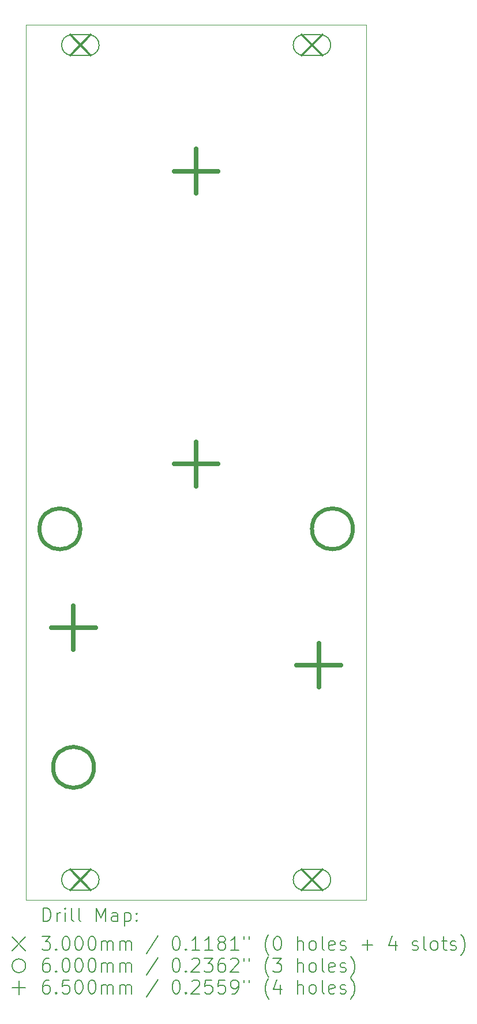
<source format=gbr>
%FSLAX45Y45*%
G04 Gerber Fmt 4.5, Leading zero omitted, Abs format (unit mm)*
G04 Created by KiCad (PCBNEW (6.0.6)) date 2022-11-23 19:00:33*
%MOMM*%
%LPD*%
G01*
G04 APERTURE LIST*
%TA.AperFunction,Profile*%
%ADD10C,0.050000*%
%TD*%
%ADD11C,0.200000*%
%ADD12C,0.300000*%
%ADD13C,0.600000*%
%ADD14C,0.650000*%
G04 APERTURE END LIST*
D10*
X15300000Y-2700000D02*
X15300000Y-15550000D01*
X10300000Y-2700000D02*
X10300000Y-15550000D01*
X15300000Y-15550000D02*
X10300000Y-15550000D01*
X10300000Y-2700000D02*
X15300000Y-2700000D01*
D11*
D12*
X10950000Y-2850000D02*
X11250000Y-3150000D01*
X11250000Y-2850000D02*
X10950000Y-3150000D01*
D11*
X10975000Y-3150000D02*
X11225000Y-3150000D01*
X10975000Y-2850000D02*
X11225000Y-2850000D01*
X11225000Y-3150000D02*
G75*
G03*
X11225000Y-2850000I0J150000D01*
G01*
X10975000Y-2850000D02*
G75*
G03*
X10975000Y-3150000I0J-150000D01*
G01*
D12*
X10950000Y-15100000D02*
X11250000Y-15400000D01*
X11250000Y-15100000D02*
X10950000Y-15400000D01*
D11*
X10975000Y-15400000D02*
X11225000Y-15400000D01*
X10975000Y-15100000D02*
X11225000Y-15100000D01*
X11225000Y-15400000D02*
G75*
G03*
X11225000Y-15100000I0J150000D01*
G01*
X10975000Y-15100000D02*
G75*
G03*
X10975000Y-15400000I0J-150000D01*
G01*
D12*
X14350000Y-2850000D02*
X14650000Y-3150000D01*
X14650000Y-2850000D02*
X14350000Y-3150000D01*
D11*
X14375000Y-3150000D02*
X14625000Y-3150000D01*
X14375000Y-2850000D02*
X14625000Y-2850000D01*
X14625000Y-3150000D02*
G75*
G03*
X14625000Y-2850000I0J150000D01*
G01*
X14375000Y-2850000D02*
G75*
G03*
X14375000Y-3150000I0J-150000D01*
G01*
D12*
X14350000Y-15100000D02*
X14650000Y-15400000D01*
X14650000Y-15100000D02*
X14350000Y-15400000D01*
D11*
X14375000Y-15400000D02*
X14625000Y-15400000D01*
X14375000Y-15100000D02*
X14625000Y-15100000D01*
X14625000Y-15400000D02*
G75*
G03*
X14625000Y-15100000I0J150000D01*
G01*
X14375000Y-15100000D02*
G75*
G03*
X14375000Y-15400000I0J-150000D01*
G01*
D13*
X11100000Y-10100000D02*
G75*
G03*
X11100000Y-10100000I-300000J0D01*
G01*
X11300000Y-13600000D02*
G75*
G03*
X11300000Y-13600000I-300000J0D01*
G01*
X15100000Y-10100000D02*
G75*
G03*
X15100000Y-10100000I-300000J0D01*
G01*
D14*
X11000000Y-11225000D02*
X11000000Y-11875000D01*
X10675000Y-11550000D02*
X11325000Y-11550000D01*
X12800000Y-4525000D02*
X12800000Y-5175000D01*
X12475000Y-4850000D02*
X13125000Y-4850000D01*
X12800000Y-8825000D02*
X12800000Y-9475000D01*
X12475000Y-9150000D02*
X13125000Y-9150000D01*
X14600000Y-11775000D02*
X14600000Y-12425000D01*
X14275000Y-12100000D02*
X14925000Y-12100000D01*
D11*
X10555119Y-15862976D02*
X10555119Y-15662976D01*
X10602738Y-15662976D01*
X10631309Y-15672500D01*
X10650357Y-15691548D01*
X10659881Y-15710595D01*
X10669405Y-15748690D01*
X10669405Y-15777262D01*
X10659881Y-15815357D01*
X10650357Y-15834405D01*
X10631309Y-15853452D01*
X10602738Y-15862976D01*
X10555119Y-15862976D01*
X10755119Y-15862976D02*
X10755119Y-15729643D01*
X10755119Y-15767738D02*
X10764643Y-15748690D01*
X10774167Y-15739167D01*
X10793214Y-15729643D01*
X10812262Y-15729643D01*
X10878928Y-15862976D02*
X10878928Y-15729643D01*
X10878928Y-15662976D02*
X10869405Y-15672500D01*
X10878928Y-15682024D01*
X10888452Y-15672500D01*
X10878928Y-15662976D01*
X10878928Y-15682024D01*
X11002738Y-15862976D02*
X10983690Y-15853452D01*
X10974167Y-15834405D01*
X10974167Y-15662976D01*
X11107500Y-15862976D02*
X11088452Y-15853452D01*
X11078928Y-15834405D01*
X11078928Y-15662976D01*
X11336071Y-15862976D02*
X11336071Y-15662976D01*
X11402738Y-15805833D01*
X11469405Y-15662976D01*
X11469405Y-15862976D01*
X11650357Y-15862976D02*
X11650357Y-15758214D01*
X11640833Y-15739167D01*
X11621786Y-15729643D01*
X11583690Y-15729643D01*
X11564643Y-15739167D01*
X11650357Y-15853452D02*
X11631309Y-15862976D01*
X11583690Y-15862976D01*
X11564643Y-15853452D01*
X11555119Y-15834405D01*
X11555119Y-15815357D01*
X11564643Y-15796309D01*
X11583690Y-15786786D01*
X11631309Y-15786786D01*
X11650357Y-15777262D01*
X11745595Y-15729643D02*
X11745595Y-15929643D01*
X11745595Y-15739167D02*
X11764643Y-15729643D01*
X11802738Y-15729643D01*
X11821786Y-15739167D01*
X11831309Y-15748690D01*
X11840833Y-15767738D01*
X11840833Y-15824881D01*
X11831309Y-15843928D01*
X11821786Y-15853452D01*
X11802738Y-15862976D01*
X11764643Y-15862976D01*
X11745595Y-15853452D01*
X11926547Y-15843928D02*
X11936071Y-15853452D01*
X11926547Y-15862976D01*
X11917024Y-15853452D01*
X11926547Y-15843928D01*
X11926547Y-15862976D01*
X11926547Y-15739167D02*
X11936071Y-15748690D01*
X11926547Y-15758214D01*
X11917024Y-15748690D01*
X11926547Y-15739167D01*
X11926547Y-15758214D01*
X10097500Y-16092500D02*
X10297500Y-16292500D01*
X10297500Y-16092500D02*
X10097500Y-16292500D01*
X10536071Y-16082976D02*
X10659881Y-16082976D01*
X10593214Y-16159167D01*
X10621786Y-16159167D01*
X10640833Y-16168690D01*
X10650357Y-16178214D01*
X10659881Y-16197262D01*
X10659881Y-16244881D01*
X10650357Y-16263928D01*
X10640833Y-16273452D01*
X10621786Y-16282976D01*
X10564643Y-16282976D01*
X10545595Y-16273452D01*
X10536071Y-16263928D01*
X10745595Y-16263928D02*
X10755119Y-16273452D01*
X10745595Y-16282976D01*
X10736071Y-16273452D01*
X10745595Y-16263928D01*
X10745595Y-16282976D01*
X10878928Y-16082976D02*
X10897976Y-16082976D01*
X10917024Y-16092500D01*
X10926548Y-16102024D01*
X10936071Y-16121071D01*
X10945595Y-16159167D01*
X10945595Y-16206786D01*
X10936071Y-16244881D01*
X10926548Y-16263928D01*
X10917024Y-16273452D01*
X10897976Y-16282976D01*
X10878928Y-16282976D01*
X10859881Y-16273452D01*
X10850357Y-16263928D01*
X10840833Y-16244881D01*
X10831309Y-16206786D01*
X10831309Y-16159167D01*
X10840833Y-16121071D01*
X10850357Y-16102024D01*
X10859881Y-16092500D01*
X10878928Y-16082976D01*
X11069405Y-16082976D02*
X11088452Y-16082976D01*
X11107500Y-16092500D01*
X11117024Y-16102024D01*
X11126548Y-16121071D01*
X11136071Y-16159167D01*
X11136071Y-16206786D01*
X11126548Y-16244881D01*
X11117024Y-16263928D01*
X11107500Y-16273452D01*
X11088452Y-16282976D01*
X11069405Y-16282976D01*
X11050357Y-16273452D01*
X11040833Y-16263928D01*
X11031309Y-16244881D01*
X11021786Y-16206786D01*
X11021786Y-16159167D01*
X11031309Y-16121071D01*
X11040833Y-16102024D01*
X11050357Y-16092500D01*
X11069405Y-16082976D01*
X11259881Y-16082976D02*
X11278928Y-16082976D01*
X11297976Y-16092500D01*
X11307500Y-16102024D01*
X11317024Y-16121071D01*
X11326547Y-16159167D01*
X11326547Y-16206786D01*
X11317024Y-16244881D01*
X11307500Y-16263928D01*
X11297976Y-16273452D01*
X11278928Y-16282976D01*
X11259881Y-16282976D01*
X11240833Y-16273452D01*
X11231309Y-16263928D01*
X11221786Y-16244881D01*
X11212262Y-16206786D01*
X11212262Y-16159167D01*
X11221786Y-16121071D01*
X11231309Y-16102024D01*
X11240833Y-16092500D01*
X11259881Y-16082976D01*
X11412262Y-16282976D02*
X11412262Y-16149643D01*
X11412262Y-16168690D02*
X11421786Y-16159167D01*
X11440833Y-16149643D01*
X11469405Y-16149643D01*
X11488452Y-16159167D01*
X11497976Y-16178214D01*
X11497976Y-16282976D01*
X11497976Y-16178214D02*
X11507500Y-16159167D01*
X11526547Y-16149643D01*
X11555119Y-16149643D01*
X11574166Y-16159167D01*
X11583690Y-16178214D01*
X11583690Y-16282976D01*
X11678928Y-16282976D02*
X11678928Y-16149643D01*
X11678928Y-16168690D02*
X11688452Y-16159167D01*
X11707500Y-16149643D01*
X11736071Y-16149643D01*
X11755119Y-16159167D01*
X11764643Y-16178214D01*
X11764643Y-16282976D01*
X11764643Y-16178214D02*
X11774166Y-16159167D01*
X11793214Y-16149643D01*
X11821786Y-16149643D01*
X11840833Y-16159167D01*
X11850357Y-16178214D01*
X11850357Y-16282976D01*
X12240833Y-16073452D02*
X12069405Y-16330595D01*
X12497976Y-16082976D02*
X12517024Y-16082976D01*
X12536071Y-16092500D01*
X12545595Y-16102024D01*
X12555119Y-16121071D01*
X12564643Y-16159167D01*
X12564643Y-16206786D01*
X12555119Y-16244881D01*
X12545595Y-16263928D01*
X12536071Y-16273452D01*
X12517024Y-16282976D01*
X12497976Y-16282976D01*
X12478928Y-16273452D01*
X12469405Y-16263928D01*
X12459881Y-16244881D01*
X12450357Y-16206786D01*
X12450357Y-16159167D01*
X12459881Y-16121071D01*
X12469405Y-16102024D01*
X12478928Y-16092500D01*
X12497976Y-16082976D01*
X12650357Y-16263928D02*
X12659881Y-16273452D01*
X12650357Y-16282976D01*
X12640833Y-16273452D01*
X12650357Y-16263928D01*
X12650357Y-16282976D01*
X12850357Y-16282976D02*
X12736071Y-16282976D01*
X12793214Y-16282976D02*
X12793214Y-16082976D01*
X12774166Y-16111548D01*
X12755119Y-16130595D01*
X12736071Y-16140119D01*
X13040833Y-16282976D02*
X12926547Y-16282976D01*
X12983690Y-16282976D02*
X12983690Y-16082976D01*
X12964643Y-16111548D01*
X12945595Y-16130595D01*
X12926547Y-16140119D01*
X13155119Y-16168690D02*
X13136071Y-16159167D01*
X13126547Y-16149643D01*
X13117024Y-16130595D01*
X13117024Y-16121071D01*
X13126547Y-16102024D01*
X13136071Y-16092500D01*
X13155119Y-16082976D01*
X13193214Y-16082976D01*
X13212262Y-16092500D01*
X13221786Y-16102024D01*
X13231309Y-16121071D01*
X13231309Y-16130595D01*
X13221786Y-16149643D01*
X13212262Y-16159167D01*
X13193214Y-16168690D01*
X13155119Y-16168690D01*
X13136071Y-16178214D01*
X13126547Y-16187738D01*
X13117024Y-16206786D01*
X13117024Y-16244881D01*
X13126547Y-16263928D01*
X13136071Y-16273452D01*
X13155119Y-16282976D01*
X13193214Y-16282976D01*
X13212262Y-16273452D01*
X13221786Y-16263928D01*
X13231309Y-16244881D01*
X13231309Y-16206786D01*
X13221786Y-16187738D01*
X13212262Y-16178214D01*
X13193214Y-16168690D01*
X13421786Y-16282976D02*
X13307500Y-16282976D01*
X13364643Y-16282976D02*
X13364643Y-16082976D01*
X13345595Y-16111548D01*
X13326547Y-16130595D01*
X13307500Y-16140119D01*
X13497976Y-16082976D02*
X13497976Y-16121071D01*
X13574166Y-16082976D02*
X13574166Y-16121071D01*
X13869405Y-16359167D02*
X13859881Y-16349643D01*
X13840833Y-16321071D01*
X13831309Y-16302024D01*
X13821786Y-16273452D01*
X13812262Y-16225833D01*
X13812262Y-16187738D01*
X13821786Y-16140119D01*
X13831309Y-16111548D01*
X13840833Y-16092500D01*
X13859881Y-16063928D01*
X13869405Y-16054405D01*
X13983690Y-16082976D02*
X14002738Y-16082976D01*
X14021786Y-16092500D01*
X14031309Y-16102024D01*
X14040833Y-16121071D01*
X14050357Y-16159167D01*
X14050357Y-16206786D01*
X14040833Y-16244881D01*
X14031309Y-16263928D01*
X14021786Y-16273452D01*
X14002738Y-16282976D01*
X13983690Y-16282976D01*
X13964643Y-16273452D01*
X13955119Y-16263928D01*
X13945595Y-16244881D01*
X13936071Y-16206786D01*
X13936071Y-16159167D01*
X13945595Y-16121071D01*
X13955119Y-16102024D01*
X13964643Y-16092500D01*
X13983690Y-16082976D01*
X14288452Y-16282976D02*
X14288452Y-16082976D01*
X14374166Y-16282976D02*
X14374166Y-16178214D01*
X14364643Y-16159167D01*
X14345595Y-16149643D01*
X14317024Y-16149643D01*
X14297976Y-16159167D01*
X14288452Y-16168690D01*
X14497976Y-16282976D02*
X14478928Y-16273452D01*
X14469405Y-16263928D01*
X14459881Y-16244881D01*
X14459881Y-16187738D01*
X14469405Y-16168690D01*
X14478928Y-16159167D01*
X14497976Y-16149643D01*
X14526547Y-16149643D01*
X14545595Y-16159167D01*
X14555119Y-16168690D01*
X14564643Y-16187738D01*
X14564643Y-16244881D01*
X14555119Y-16263928D01*
X14545595Y-16273452D01*
X14526547Y-16282976D01*
X14497976Y-16282976D01*
X14678928Y-16282976D02*
X14659881Y-16273452D01*
X14650357Y-16254405D01*
X14650357Y-16082976D01*
X14831309Y-16273452D02*
X14812262Y-16282976D01*
X14774166Y-16282976D01*
X14755119Y-16273452D01*
X14745595Y-16254405D01*
X14745595Y-16178214D01*
X14755119Y-16159167D01*
X14774166Y-16149643D01*
X14812262Y-16149643D01*
X14831309Y-16159167D01*
X14840833Y-16178214D01*
X14840833Y-16197262D01*
X14745595Y-16216309D01*
X14917024Y-16273452D02*
X14936071Y-16282976D01*
X14974166Y-16282976D01*
X14993214Y-16273452D01*
X15002738Y-16254405D01*
X15002738Y-16244881D01*
X14993214Y-16225833D01*
X14974166Y-16216309D01*
X14945595Y-16216309D01*
X14926547Y-16206786D01*
X14917024Y-16187738D01*
X14917024Y-16178214D01*
X14926547Y-16159167D01*
X14945595Y-16149643D01*
X14974166Y-16149643D01*
X14993214Y-16159167D01*
X15240833Y-16206786D02*
X15393214Y-16206786D01*
X15317024Y-16282976D02*
X15317024Y-16130595D01*
X15726547Y-16149643D02*
X15726547Y-16282976D01*
X15678928Y-16073452D02*
X15631309Y-16216309D01*
X15755119Y-16216309D01*
X15974166Y-16273452D02*
X15993214Y-16282976D01*
X16031309Y-16282976D01*
X16050357Y-16273452D01*
X16059881Y-16254405D01*
X16059881Y-16244881D01*
X16050357Y-16225833D01*
X16031309Y-16216309D01*
X16002738Y-16216309D01*
X15983690Y-16206786D01*
X15974166Y-16187738D01*
X15974166Y-16178214D01*
X15983690Y-16159167D01*
X16002738Y-16149643D01*
X16031309Y-16149643D01*
X16050357Y-16159167D01*
X16174166Y-16282976D02*
X16155119Y-16273452D01*
X16145595Y-16254405D01*
X16145595Y-16082976D01*
X16278928Y-16282976D02*
X16259881Y-16273452D01*
X16250357Y-16263928D01*
X16240833Y-16244881D01*
X16240833Y-16187738D01*
X16250357Y-16168690D01*
X16259881Y-16159167D01*
X16278928Y-16149643D01*
X16307500Y-16149643D01*
X16326547Y-16159167D01*
X16336071Y-16168690D01*
X16345595Y-16187738D01*
X16345595Y-16244881D01*
X16336071Y-16263928D01*
X16326547Y-16273452D01*
X16307500Y-16282976D01*
X16278928Y-16282976D01*
X16402738Y-16149643D02*
X16478928Y-16149643D01*
X16431309Y-16082976D02*
X16431309Y-16254405D01*
X16440833Y-16273452D01*
X16459881Y-16282976D01*
X16478928Y-16282976D01*
X16536071Y-16273452D02*
X16555119Y-16282976D01*
X16593214Y-16282976D01*
X16612262Y-16273452D01*
X16621786Y-16254405D01*
X16621786Y-16244881D01*
X16612262Y-16225833D01*
X16593214Y-16216309D01*
X16564643Y-16216309D01*
X16545595Y-16206786D01*
X16536071Y-16187738D01*
X16536071Y-16178214D01*
X16545595Y-16159167D01*
X16564643Y-16149643D01*
X16593214Y-16149643D01*
X16612262Y-16159167D01*
X16688452Y-16359167D02*
X16697976Y-16349643D01*
X16717024Y-16321071D01*
X16726547Y-16302024D01*
X16736071Y-16273452D01*
X16745595Y-16225833D01*
X16745595Y-16187738D01*
X16736071Y-16140119D01*
X16726547Y-16111548D01*
X16717024Y-16092500D01*
X16697976Y-16063928D01*
X16688452Y-16054405D01*
X10297500Y-16512500D02*
G75*
G03*
X10297500Y-16512500I-100000J0D01*
G01*
X10640833Y-16402976D02*
X10602738Y-16402976D01*
X10583690Y-16412500D01*
X10574167Y-16422024D01*
X10555119Y-16450595D01*
X10545595Y-16488690D01*
X10545595Y-16564881D01*
X10555119Y-16583928D01*
X10564643Y-16593452D01*
X10583690Y-16602976D01*
X10621786Y-16602976D01*
X10640833Y-16593452D01*
X10650357Y-16583928D01*
X10659881Y-16564881D01*
X10659881Y-16517262D01*
X10650357Y-16498214D01*
X10640833Y-16488690D01*
X10621786Y-16479167D01*
X10583690Y-16479167D01*
X10564643Y-16488690D01*
X10555119Y-16498214D01*
X10545595Y-16517262D01*
X10745595Y-16583928D02*
X10755119Y-16593452D01*
X10745595Y-16602976D01*
X10736071Y-16593452D01*
X10745595Y-16583928D01*
X10745595Y-16602976D01*
X10878928Y-16402976D02*
X10897976Y-16402976D01*
X10917024Y-16412500D01*
X10926548Y-16422024D01*
X10936071Y-16441071D01*
X10945595Y-16479167D01*
X10945595Y-16526786D01*
X10936071Y-16564881D01*
X10926548Y-16583928D01*
X10917024Y-16593452D01*
X10897976Y-16602976D01*
X10878928Y-16602976D01*
X10859881Y-16593452D01*
X10850357Y-16583928D01*
X10840833Y-16564881D01*
X10831309Y-16526786D01*
X10831309Y-16479167D01*
X10840833Y-16441071D01*
X10850357Y-16422024D01*
X10859881Y-16412500D01*
X10878928Y-16402976D01*
X11069405Y-16402976D02*
X11088452Y-16402976D01*
X11107500Y-16412500D01*
X11117024Y-16422024D01*
X11126548Y-16441071D01*
X11136071Y-16479167D01*
X11136071Y-16526786D01*
X11126548Y-16564881D01*
X11117024Y-16583928D01*
X11107500Y-16593452D01*
X11088452Y-16602976D01*
X11069405Y-16602976D01*
X11050357Y-16593452D01*
X11040833Y-16583928D01*
X11031309Y-16564881D01*
X11021786Y-16526786D01*
X11021786Y-16479167D01*
X11031309Y-16441071D01*
X11040833Y-16422024D01*
X11050357Y-16412500D01*
X11069405Y-16402976D01*
X11259881Y-16402976D02*
X11278928Y-16402976D01*
X11297976Y-16412500D01*
X11307500Y-16422024D01*
X11317024Y-16441071D01*
X11326547Y-16479167D01*
X11326547Y-16526786D01*
X11317024Y-16564881D01*
X11307500Y-16583928D01*
X11297976Y-16593452D01*
X11278928Y-16602976D01*
X11259881Y-16602976D01*
X11240833Y-16593452D01*
X11231309Y-16583928D01*
X11221786Y-16564881D01*
X11212262Y-16526786D01*
X11212262Y-16479167D01*
X11221786Y-16441071D01*
X11231309Y-16422024D01*
X11240833Y-16412500D01*
X11259881Y-16402976D01*
X11412262Y-16602976D02*
X11412262Y-16469643D01*
X11412262Y-16488690D02*
X11421786Y-16479167D01*
X11440833Y-16469643D01*
X11469405Y-16469643D01*
X11488452Y-16479167D01*
X11497976Y-16498214D01*
X11497976Y-16602976D01*
X11497976Y-16498214D02*
X11507500Y-16479167D01*
X11526547Y-16469643D01*
X11555119Y-16469643D01*
X11574166Y-16479167D01*
X11583690Y-16498214D01*
X11583690Y-16602976D01*
X11678928Y-16602976D02*
X11678928Y-16469643D01*
X11678928Y-16488690D02*
X11688452Y-16479167D01*
X11707500Y-16469643D01*
X11736071Y-16469643D01*
X11755119Y-16479167D01*
X11764643Y-16498214D01*
X11764643Y-16602976D01*
X11764643Y-16498214D02*
X11774166Y-16479167D01*
X11793214Y-16469643D01*
X11821786Y-16469643D01*
X11840833Y-16479167D01*
X11850357Y-16498214D01*
X11850357Y-16602976D01*
X12240833Y-16393452D02*
X12069405Y-16650595D01*
X12497976Y-16402976D02*
X12517024Y-16402976D01*
X12536071Y-16412500D01*
X12545595Y-16422024D01*
X12555119Y-16441071D01*
X12564643Y-16479167D01*
X12564643Y-16526786D01*
X12555119Y-16564881D01*
X12545595Y-16583928D01*
X12536071Y-16593452D01*
X12517024Y-16602976D01*
X12497976Y-16602976D01*
X12478928Y-16593452D01*
X12469405Y-16583928D01*
X12459881Y-16564881D01*
X12450357Y-16526786D01*
X12450357Y-16479167D01*
X12459881Y-16441071D01*
X12469405Y-16422024D01*
X12478928Y-16412500D01*
X12497976Y-16402976D01*
X12650357Y-16583928D02*
X12659881Y-16593452D01*
X12650357Y-16602976D01*
X12640833Y-16593452D01*
X12650357Y-16583928D01*
X12650357Y-16602976D01*
X12736071Y-16422024D02*
X12745595Y-16412500D01*
X12764643Y-16402976D01*
X12812262Y-16402976D01*
X12831309Y-16412500D01*
X12840833Y-16422024D01*
X12850357Y-16441071D01*
X12850357Y-16460119D01*
X12840833Y-16488690D01*
X12726547Y-16602976D01*
X12850357Y-16602976D01*
X12917024Y-16402976D02*
X13040833Y-16402976D01*
X12974166Y-16479167D01*
X13002738Y-16479167D01*
X13021786Y-16488690D01*
X13031309Y-16498214D01*
X13040833Y-16517262D01*
X13040833Y-16564881D01*
X13031309Y-16583928D01*
X13021786Y-16593452D01*
X13002738Y-16602976D01*
X12945595Y-16602976D01*
X12926547Y-16593452D01*
X12917024Y-16583928D01*
X13212262Y-16402976D02*
X13174166Y-16402976D01*
X13155119Y-16412500D01*
X13145595Y-16422024D01*
X13126547Y-16450595D01*
X13117024Y-16488690D01*
X13117024Y-16564881D01*
X13126547Y-16583928D01*
X13136071Y-16593452D01*
X13155119Y-16602976D01*
X13193214Y-16602976D01*
X13212262Y-16593452D01*
X13221786Y-16583928D01*
X13231309Y-16564881D01*
X13231309Y-16517262D01*
X13221786Y-16498214D01*
X13212262Y-16488690D01*
X13193214Y-16479167D01*
X13155119Y-16479167D01*
X13136071Y-16488690D01*
X13126547Y-16498214D01*
X13117024Y-16517262D01*
X13307500Y-16422024D02*
X13317024Y-16412500D01*
X13336071Y-16402976D01*
X13383690Y-16402976D01*
X13402738Y-16412500D01*
X13412262Y-16422024D01*
X13421786Y-16441071D01*
X13421786Y-16460119D01*
X13412262Y-16488690D01*
X13297976Y-16602976D01*
X13421786Y-16602976D01*
X13497976Y-16402976D02*
X13497976Y-16441071D01*
X13574166Y-16402976D02*
X13574166Y-16441071D01*
X13869405Y-16679167D02*
X13859881Y-16669643D01*
X13840833Y-16641071D01*
X13831309Y-16622024D01*
X13821786Y-16593452D01*
X13812262Y-16545833D01*
X13812262Y-16507738D01*
X13821786Y-16460119D01*
X13831309Y-16431548D01*
X13840833Y-16412500D01*
X13859881Y-16383928D01*
X13869405Y-16374405D01*
X13926547Y-16402976D02*
X14050357Y-16402976D01*
X13983690Y-16479167D01*
X14012262Y-16479167D01*
X14031309Y-16488690D01*
X14040833Y-16498214D01*
X14050357Y-16517262D01*
X14050357Y-16564881D01*
X14040833Y-16583928D01*
X14031309Y-16593452D01*
X14012262Y-16602976D01*
X13955119Y-16602976D01*
X13936071Y-16593452D01*
X13926547Y-16583928D01*
X14288452Y-16602976D02*
X14288452Y-16402976D01*
X14374166Y-16602976D02*
X14374166Y-16498214D01*
X14364643Y-16479167D01*
X14345595Y-16469643D01*
X14317024Y-16469643D01*
X14297976Y-16479167D01*
X14288452Y-16488690D01*
X14497976Y-16602976D02*
X14478928Y-16593452D01*
X14469405Y-16583928D01*
X14459881Y-16564881D01*
X14459881Y-16507738D01*
X14469405Y-16488690D01*
X14478928Y-16479167D01*
X14497976Y-16469643D01*
X14526547Y-16469643D01*
X14545595Y-16479167D01*
X14555119Y-16488690D01*
X14564643Y-16507738D01*
X14564643Y-16564881D01*
X14555119Y-16583928D01*
X14545595Y-16593452D01*
X14526547Y-16602976D01*
X14497976Y-16602976D01*
X14678928Y-16602976D02*
X14659881Y-16593452D01*
X14650357Y-16574405D01*
X14650357Y-16402976D01*
X14831309Y-16593452D02*
X14812262Y-16602976D01*
X14774166Y-16602976D01*
X14755119Y-16593452D01*
X14745595Y-16574405D01*
X14745595Y-16498214D01*
X14755119Y-16479167D01*
X14774166Y-16469643D01*
X14812262Y-16469643D01*
X14831309Y-16479167D01*
X14840833Y-16498214D01*
X14840833Y-16517262D01*
X14745595Y-16536309D01*
X14917024Y-16593452D02*
X14936071Y-16602976D01*
X14974166Y-16602976D01*
X14993214Y-16593452D01*
X15002738Y-16574405D01*
X15002738Y-16564881D01*
X14993214Y-16545833D01*
X14974166Y-16536309D01*
X14945595Y-16536309D01*
X14926547Y-16526786D01*
X14917024Y-16507738D01*
X14917024Y-16498214D01*
X14926547Y-16479167D01*
X14945595Y-16469643D01*
X14974166Y-16469643D01*
X14993214Y-16479167D01*
X15069405Y-16679167D02*
X15078928Y-16669643D01*
X15097976Y-16641071D01*
X15107500Y-16622024D01*
X15117024Y-16593452D01*
X15126547Y-16545833D01*
X15126547Y-16507738D01*
X15117024Y-16460119D01*
X15107500Y-16431548D01*
X15097976Y-16412500D01*
X15078928Y-16383928D01*
X15069405Y-16374405D01*
X10197500Y-16732500D02*
X10197500Y-16932500D01*
X10097500Y-16832500D02*
X10297500Y-16832500D01*
X10640833Y-16722976D02*
X10602738Y-16722976D01*
X10583690Y-16732500D01*
X10574167Y-16742024D01*
X10555119Y-16770595D01*
X10545595Y-16808690D01*
X10545595Y-16884881D01*
X10555119Y-16903929D01*
X10564643Y-16913452D01*
X10583690Y-16922976D01*
X10621786Y-16922976D01*
X10640833Y-16913452D01*
X10650357Y-16903929D01*
X10659881Y-16884881D01*
X10659881Y-16837262D01*
X10650357Y-16818214D01*
X10640833Y-16808690D01*
X10621786Y-16799167D01*
X10583690Y-16799167D01*
X10564643Y-16808690D01*
X10555119Y-16818214D01*
X10545595Y-16837262D01*
X10745595Y-16903929D02*
X10755119Y-16913452D01*
X10745595Y-16922976D01*
X10736071Y-16913452D01*
X10745595Y-16903929D01*
X10745595Y-16922976D01*
X10936071Y-16722976D02*
X10840833Y-16722976D01*
X10831309Y-16818214D01*
X10840833Y-16808690D01*
X10859881Y-16799167D01*
X10907500Y-16799167D01*
X10926548Y-16808690D01*
X10936071Y-16818214D01*
X10945595Y-16837262D01*
X10945595Y-16884881D01*
X10936071Y-16903929D01*
X10926548Y-16913452D01*
X10907500Y-16922976D01*
X10859881Y-16922976D01*
X10840833Y-16913452D01*
X10831309Y-16903929D01*
X11069405Y-16722976D02*
X11088452Y-16722976D01*
X11107500Y-16732500D01*
X11117024Y-16742024D01*
X11126548Y-16761071D01*
X11136071Y-16799167D01*
X11136071Y-16846786D01*
X11126548Y-16884881D01*
X11117024Y-16903929D01*
X11107500Y-16913452D01*
X11088452Y-16922976D01*
X11069405Y-16922976D01*
X11050357Y-16913452D01*
X11040833Y-16903929D01*
X11031309Y-16884881D01*
X11021786Y-16846786D01*
X11021786Y-16799167D01*
X11031309Y-16761071D01*
X11040833Y-16742024D01*
X11050357Y-16732500D01*
X11069405Y-16722976D01*
X11259881Y-16722976D02*
X11278928Y-16722976D01*
X11297976Y-16732500D01*
X11307500Y-16742024D01*
X11317024Y-16761071D01*
X11326547Y-16799167D01*
X11326547Y-16846786D01*
X11317024Y-16884881D01*
X11307500Y-16903929D01*
X11297976Y-16913452D01*
X11278928Y-16922976D01*
X11259881Y-16922976D01*
X11240833Y-16913452D01*
X11231309Y-16903929D01*
X11221786Y-16884881D01*
X11212262Y-16846786D01*
X11212262Y-16799167D01*
X11221786Y-16761071D01*
X11231309Y-16742024D01*
X11240833Y-16732500D01*
X11259881Y-16722976D01*
X11412262Y-16922976D02*
X11412262Y-16789643D01*
X11412262Y-16808690D02*
X11421786Y-16799167D01*
X11440833Y-16789643D01*
X11469405Y-16789643D01*
X11488452Y-16799167D01*
X11497976Y-16818214D01*
X11497976Y-16922976D01*
X11497976Y-16818214D02*
X11507500Y-16799167D01*
X11526547Y-16789643D01*
X11555119Y-16789643D01*
X11574166Y-16799167D01*
X11583690Y-16818214D01*
X11583690Y-16922976D01*
X11678928Y-16922976D02*
X11678928Y-16789643D01*
X11678928Y-16808690D02*
X11688452Y-16799167D01*
X11707500Y-16789643D01*
X11736071Y-16789643D01*
X11755119Y-16799167D01*
X11764643Y-16818214D01*
X11764643Y-16922976D01*
X11764643Y-16818214D02*
X11774166Y-16799167D01*
X11793214Y-16789643D01*
X11821786Y-16789643D01*
X11840833Y-16799167D01*
X11850357Y-16818214D01*
X11850357Y-16922976D01*
X12240833Y-16713452D02*
X12069405Y-16970595D01*
X12497976Y-16722976D02*
X12517024Y-16722976D01*
X12536071Y-16732500D01*
X12545595Y-16742024D01*
X12555119Y-16761071D01*
X12564643Y-16799167D01*
X12564643Y-16846786D01*
X12555119Y-16884881D01*
X12545595Y-16903929D01*
X12536071Y-16913452D01*
X12517024Y-16922976D01*
X12497976Y-16922976D01*
X12478928Y-16913452D01*
X12469405Y-16903929D01*
X12459881Y-16884881D01*
X12450357Y-16846786D01*
X12450357Y-16799167D01*
X12459881Y-16761071D01*
X12469405Y-16742024D01*
X12478928Y-16732500D01*
X12497976Y-16722976D01*
X12650357Y-16903929D02*
X12659881Y-16913452D01*
X12650357Y-16922976D01*
X12640833Y-16913452D01*
X12650357Y-16903929D01*
X12650357Y-16922976D01*
X12736071Y-16742024D02*
X12745595Y-16732500D01*
X12764643Y-16722976D01*
X12812262Y-16722976D01*
X12831309Y-16732500D01*
X12840833Y-16742024D01*
X12850357Y-16761071D01*
X12850357Y-16780119D01*
X12840833Y-16808690D01*
X12726547Y-16922976D01*
X12850357Y-16922976D01*
X13031309Y-16722976D02*
X12936071Y-16722976D01*
X12926547Y-16818214D01*
X12936071Y-16808690D01*
X12955119Y-16799167D01*
X13002738Y-16799167D01*
X13021786Y-16808690D01*
X13031309Y-16818214D01*
X13040833Y-16837262D01*
X13040833Y-16884881D01*
X13031309Y-16903929D01*
X13021786Y-16913452D01*
X13002738Y-16922976D01*
X12955119Y-16922976D01*
X12936071Y-16913452D01*
X12926547Y-16903929D01*
X13221786Y-16722976D02*
X13126547Y-16722976D01*
X13117024Y-16818214D01*
X13126547Y-16808690D01*
X13145595Y-16799167D01*
X13193214Y-16799167D01*
X13212262Y-16808690D01*
X13221786Y-16818214D01*
X13231309Y-16837262D01*
X13231309Y-16884881D01*
X13221786Y-16903929D01*
X13212262Y-16913452D01*
X13193214Y-16922976D01*
X13145595Y-16922976D01*
X13126547Y-16913452D01*
X13117024Y-16903929D01*
X13326547Y-16922976D02*
X13364643Y-16922976D01*
X13383690Y-16913452D01*
X13393214Y-16903929D01*
X13412262Y-16875357D01*
X13421786Y-16837262D01*
X13421786Y-16761071D01*
X13412262Y-16742024D01*
X13402738Y-16732500D01*
X13383690Y-16722976D01*
X13345595Y-16722976D01*
X13326547Y-16732500D01*
X13317024Y-16742024D01*
X13307500Y-16761071D01*
X13307500Y-16808690D01*
X13317024Y-16827738D01*
X13326547Y-16837262D01*
X13345595Y-16846786D01*
X13383690Y-16846786D01*
X13402738Y-16837262D01*
X13412262Y-16827738D01*
X13421786Y-16808690D01*
X13497976Y-16722976D02*
X13497976Y-16761071D01*
X13574166Y-16722976D02*
X13574166Y-16761071D01*
X13869405Y-16999167D02*
X13859881Y-16989643D01*
X13840833Y-16961071D01*
X13831309Y-16942024D01*
X13821786Y-16913452D01*
X13812262Y-16865833D01*
X13812262Y-16827738D01*
X13821786Y-16780119D01*
X13831309Y-16751548D01*
X13840833Y-16732500D01*
X13859881Y-16703928D01*
X13869405Y-16694405D01*
X14031309Y-16789643D02*
X14031309Y-16922976D01*
X13983690Y-16713452D02*
X13936071Y-16856310D01*
X14059881Y-16856310D01*
X14288452Y-16922976D02*
X14288452Y-16722976D01*
X14374166Y-16922976D02*
X14374166Y-16818214D01*
X14364643Y-16799167D01*
X14345595Y-16789643D01*
X14317024Y-16789643D01*
X14297976Y-16799167D01*
X14288452Y-16808690D01*
X14497976Y-16922976D02*
X14478928Y-16913452D01*
X14469405Y-16903929D01*
X14459881Y-16884881D01*
X14459881Y-16827738D01*
X14469405Y-16808690D01*
X14478928Y-16799167D01*
X14497976Y-16789643D01*
X14526547Y-16789643D01*
X14545595Y-16799167D01*
X14555119Y-16808690D01*
X14564643Y-16827738D01*
X14564643Y-16884881D01*
X14555119Y-16903929D01*
X14545595Y-16913452D01*
X14526547Y-16922976D01*
X14497976Y-16922976D01*
X14678928Y-16922976D02*
X14659881Y-16913452D01*
X14650357Y-16894405D01*
X14650357Y-16722976D01*
X14831309Y-16913452D02*
X14812262Y-16922976D01*
X14774166Y-16922976D01*
X14755119Y-16913452D01*
X14745595Y-16894405D01*
X14745595Y-16818214D01*
X14755119Y-16799167D01*
X14774166Y-16789643D01*
X14812262Y-16789643D01*
X14831309Y-16799167D01*
X14840833Y-16818214D01*
X14840833Y-16837262D01*
X14745595Y-16856310D01*
X14917024Y-16913452D02*
X14936071Y-16922976D01*
X14974166Y-16922976D01*
X14993214Y-16913452D01*
X15002738Y-16894405D01*
X15002738Y-16884881D01*
X14993214Y-16865833D01*
X14974166Y-16856310D01*
X14945595Y-16856310D01*
X14926547Y-16846786D01*
X14917024Y-16827738D01*
X14917024Y-16818214D01*
X14926547Y-16799167D01*
X14945595Y-16789643D01*
X14974166Y-16789643D01*
X14993214Y-16799167D01*
X15069405Y-16999167D02*
X15078928Y-16989643D01*
X15097976Y-16961071D01*
X15107500Y-16942024D01*
X15117024Y-16913452D01*
X15126547Y-16865833D01*
X15126547Y-16827738D01*
X15117024Y-16780119D01*
X15107500Y-16751548D01*
X15097976Y-16732500D01*
X15078928Y-16703928D01*
X15069405Y-16694405D01*
M02*

</source>
